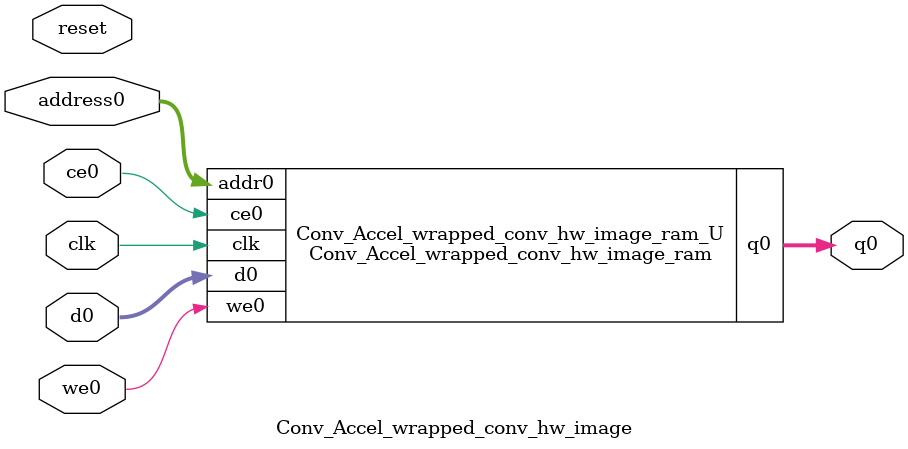
<source format=v>

`timescale 1 ns / 1 ps
module Conv_Accel_wrapped_conv_hw_image_ram (addr0, ce0, d0, we0, q0,  clk);

parameter DWIDTH = 32;
parameter AWIDTH = 11;
parameter MEM_SIZE = 1728;

input[AWIDTH-1:0] addr0;
input ce0;
input[DWIDTH-1:0] d0;
input we0;
output reg[DWIDTH-1:0] q0;
input clk;

(* ram_style = "block" *)reg [DWIDTH-1:0] ram[MEM_SIZE-1:0];




always @(posedge clk)  
begin 
    if (ce0) 
    begin
        if (we0) 
        begin 
            ram[addr0] <= d0; 
            q0 <= d0;
        end 
        else 
            q0 <= ram[addr0];
    end
end


endmodule


`timescale 1 ns / 1 ps
module Conv_Accel_wrapped_conv_hw_image(
    reset,
    clk,
    address0,
    ce0,
    we0,
    d0,
    q0);

parameter DataWidth = 32'd32;
parameter AddressRange = 32'd1728;
parameter AddressWidth = 32'd11;
input reset;
input clk;
input[AddressWidth - 1:0] address0;
input ce0;
input we0;
input[DataWidth - 1:0] d0;
output[DataWidth - 1:0] q0;



Conv_Accel_wrapped_conv_hw_image_ram Conv_Accel_wrapped_conv_hw_image_ram_U(
    .clk( clk ),
    .addr0( address0 ),
    .ce0( ce0 ),
    .d0( d0 ),
    .we0( we0 ),
    .q0( q0 ));

endmodule


</source>
